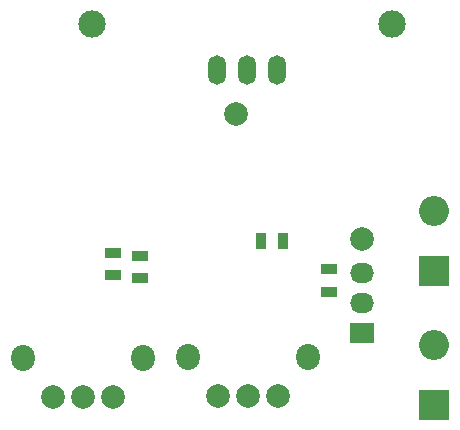
<source format=gbr>
G04 #@! TF.FileFunction,Soldermask,Bot*
%FSLAX46Y46*%
G04 Gerber Fmt 4.6, Leading zero omitted, Abs format (unit mm)*
G04 Created by KiCad (PCBNEW 0.201502010101+5397~21~ubuntu14.04.1-product) date Tue 24 Feb 2015 10:52:37 PM EST*
%MOMM*%
G01*
G04 APERTURE LIST*
%ADD10C,0.100000*%
%ADD11R,1.397000X0.889000*%
%ADD12R,0.889000X1.397000*%
%ADD13O,1.501140X2.499360*%
%ADD14C,1.998980*%
%ADD15C,2.311400*%
%ADD16R,2.540000X2.540000*%
%ADD17O,2.540000X2.540000*%
%ADD18R,2.032000X1.727200*%
%ADD19O,2.032000X1.727200*%
%ADD20C,2.000000*%
%ADD21O,2.000000X2.200000*%
G04 APERTURE END LIST*
D10*
D11*
X116078000Y-67627500D03*
X116078000Y-69532500D03*
X134366000Y-70929500D03*
X134366000Y-69024500D03*
D12*
X128587500Y-66675000D03*
X130492500Y-66675000D03*
D13*
X127381000Y-52197000D03*
X124841000Y-52197000D03*
X129921000Y-52197000D03*
D11*
X118364000Y-67881500D03*
X118364000Y-69786500D03*
D14*
X126522699Y-55910699D03*
X137129301Y-66517301D03*
D15*
X114300000Y-48260000D03*
X139700000Y-48260000D03*
D16*
X143256000Y-80518000D03*
D17*
X143256000Y-75438000D03*
D16*
X143256000Y-69215000D03*
D17*
X143256000Y-64135000D03*
D18*
X137160000Y-74422000D03*
D19*
X137160000Y-71882000D03*
X137160000Y-69342000D03*
D20*
X116038000Y-79883000D03*
X113538000Y-79883000D03*
X111038000Y-79883000D03*
D21*
X118638000Y-76583000D03*
X108438000Y-76583000D03*
D20*
X130008000Y-79756000D03*
X127508000Y-79756000D03*
X125008000Y-79756000D03*
D21*
X132608000Y-76456000D03*
X122408000Y-76456000D03*
M02*

</source>
